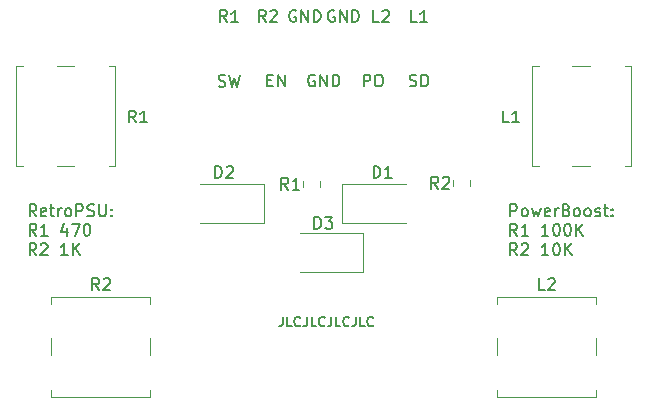
<source format=gbr>
G04 #@! TF.GenerationSoftware,KiCad,Pcbnew,(5.1.9)-1*
G04 #@! TF.CreationDate,2021-10-01T15:11:33-04:00*
G04 #@! TF.ProjectId,GBZ2,47425a32-2e6b-4696-9361-645f70636258,rev?*
G04 #@! TF.SameCoordinates,Original*
G04 #@! TF.FileFunction,Legend,Top*
G04 #@! TF.FilePolarity,Positive*
%FSLAX46Y46*%
G04 Gerber Fmt 4.6, Leading zero omitted, Abs format (unit mm)*
G04 Created by KiCad (PCBNEW (5.1.9)-1) date 2021-10-01 15:11:33*
%MOMM*%
%LPD*%
G01*
G04 APERTURE LIST*
%ADD10C,0.150000*%
%ADD11C,0.200000*%
%ADD12C,0.120000*%
G04 APERTURE END LIST*
D10*
X84352857Y-126684761D02*
X84495714Y-126732380D01*
X84733809Y-126732380D01*
X84829047Y-126684761D01*
X84876666Y-126637142D01*
X84924285Y-126541904D01*
X84924285Y-126446666D01*
X84876666Y-126351428D01*
X84829047Y-126303809D01*
X84733809Y-126256190D01*
X84543333Y-126208571D01*
X84448095Y-126160952D01*
X84400476Y-126113333D01*
X84352857Y-126018095D01*
X84352857Y-125922857D01*
X84400476Y-125827619D01*
X84448095Y-125780000D01*
X84543333Y-125732380D01*
X84781428Y-125732380D01*
X84924285Y-125780000D01*
X85257619Y-125732380D02*
X85495714Y-126732380D01*
X85686190Y-126018095D01*
X85876666Y-126732380D01*
X86114761Y-125732380D01*
D11*
X89774761Y-146211904D02*
X89774761Y-146783333D01*
X89736666Y-146897619D01*
X89660476Y-146973809D01*
X89546190Y-147011904D01*
X89470000Y-147011904D01*
X90536666Y-147011904D02*
X90155714Y-147011904D01*
X90155714Y-146211904D01*
X91260476Y-146935714D02*
X91222380Y-146973809D01*
X91108095Y-147011904D01*
X91031904Y-147011904D01*
X90917619Y-146973809D01*
X90841428Y-146897619D01*
X90803333Y-146821428D01*
X90765238Y-146669047D01*
X90765238Y-146554761D01*
X90803333Y-146402380D01*
X90841428Y-146326190D01*
X90917619Y-146250000D01*
X91031904Y-146211904D01*
X91108095Y-146211904D01*
X91222380Y-146250000D01*
X91260476Y-146288095D01*
X91831904Y-146211904D02*
X91831904Y-146783333D01*
X91793809Y-146897619D01*
X91717619Y-146973809D01*
X91603333Y-147011904D01*
X91527142Y-147011904D01*
X92593809Y-147011904D02*
X92212857Y-147011904D01*
X92212857Y-146211904D01*
X93317619Y-146935714D02*
X93279523Y-146973809D01*
X93165238Y-147011904D01*
X93089047Y-147011904D01*
X92974761Y-146973809D01*
X92898571Y-146897619D01*
X92860476Y-146821428D01*
X92822380Y-146669047D01*
X92822380Y-146554761D01*
X92860476Y-146402380D01*
X92898571Y-146326190D01*
X92974761Y-146250000D01*
X93089047Y-146211904D01*
X93165238Y-146211904D01*
X93279523Y-146250000D01*
X93317619Y-146288095D01*
X93889047Y-146211904D02*
X93889047Y-146783333D01*
X93850952Y-146897619D01*
X93774761Y-146973809D01*
X93660476Y-147011904D01*
X93584285Y-147011904D01*
X94650952Y-147011904D02*
X94270000Y-147011904D01*
X94270000Y-146211904D01*
X95374761Y-146935714D02*
X95336666Y-146973809D01*
X95222380Y-147011904D01*
X95146190Y-147011904D01*
X95031904Y-146973809D01*
X94955714Y-146897619D01*
X94917619Y-146821428D01*
X94879523Y-146669047D01*
X94879523Y-146554761D01*
X94917619Y-146402380D01*
X94955714Y-146326190D01*
X95031904Y-146250000D01*
X95146190Y-146211904D01*
X95222380Y-146211904D01*
X95336666Y-146250000D01*
X95374761Y-146288095D01*
X95946190Y-146211904D02*
X95946190Y-146783333D01*
X95908095Y-146897619D01*
X95831904Y-146973809D01*
X95717619Y-147011904D01*
X95641428Y-147011904D01*
X96708095Y-147011904D02*
X96327142Y-147011904D01*
X96327142Y-146211904D01*
X97431904Y-146935714D02*
X97393809Y-146973809D01*
X97279523Y-147011904D01*
X97203333Y-147011904D01*
X97089047Y-146973809D01*
X97012857Y-146897619D01*
X96974761Y-146821428D01*
X96936666Y-146669047D01*
X96936666Y-146554761D01*
X96974761Y-146402380D01*
X97012857Y-146326190D01*
X97089047Y-146250000D01*
X97203333Y-146211904D01*
X97279523Y-146211904D01*
X97393809Y-146250000D01*
X97431904Y-146288095D01*
D10*
X109035595Y-137702380D02*
X109035595Y-136702380D01*
X109416547Y-136702380D01*
X109511785Y-136750000D01*
X109559404Y-136797619D01*
X109607023Y-136892857D01*
X109607023Y-137035714D01*
X109559404Y-137130952D01*
X109511785Y-137178571D01*
X109416547Y-137226190D01*
X109035595Y-137226190D01*
X110178452Y-137702380D02*
X110083214Y-137654761D01*
X110035595Y-137607142D01*
X109987976Y-137511904D01*
X109987976Y-137226190D01*
X110035595Y-137130952D01*
X110083214Y-137083333D01*
X110178452Y-137035714D01*
X110321309Y-137035714D01*
X110416547Y-137083333D01*
X110464166Y-137130952D01*
X110511785Y-137226190D01*
X110511785Y-137511904D01*
X110464166Y-137607142D01*
X110416547Y-137654761D01*
X110321309Y-137702380D01*
X110178452Y-137702380D01*
X110845119Y-137035714D02*
X111035595Y-137702380D01*
X111226071Y-137226190D01*
X111416547Y-137702380D01*
X111607023Y-137035714D01*
X112368928Y-137654761D02*
X112273690Y-137702380D01*
X112083214Y-137702380D01*
X111987976Y-137654761D01*
X111940357Y-137559523D01*
X111940357Y-137178571D01*
X111987976Y-137083333D01*
X112083214Y-137035714D01*
X112273690Y-137035714D01*
X112368928Y-137083333D01*
X112416547Y-137178571D01*
X112416547Y-137273809D01*
X111940357Y-137369047D01*
X112845119Y-137702380D02*
X112845119Y-137035714D01*
X112845119Y-137226190D02*
X112892738Y-137130952D01*
X112940357Y-137083333D01*
X113035595Y-137035714D01*
X113130833Y-137035714D01*
X113797500Y-137178571D02*
X113940357Y-137226190D01*
X113987976Y-137273809D01*
X114035595Y-137369047D01*
X114035595Y-137511904D01*
X113987976Y-137607142D01*
X113940357Y-137654761D01*
X113845119Y-137702380D01*
X113464166Y-137702380D01*
X113464166Y-136702380D01*
X113797500Y-136702380D01*
X113892738Y-136750000D01*
X113940357Y-136797619D01*
X113987976Y-136892857D01*
X113987976Y-136988095D01*
X113940357Y-137083333D01*
X113892738Y-137130952D01*
X113797500Y-137178571D01*
X113464166Y-137178571D01*
X114607023Y-137702380D02*
X114511785Y-137654761D01*
X114464166Y-137607142D01*
X114416547Y-137511904D01*
X114416547Y-137226190D01*
X114464166Y-137130952D01*
X114511785Y-137083333D01*
X114607023Y-137035714D01*
X114749880Y-137035714D01*
X114845119Y-137083333D01*
X114892738Y-137130952D01*
X114940357Y-137226190D01*
X114940357Y-137511904D01*
X114892738Y-137607142D01*
X114845119Y-137654761D01*
X114749880Y-137702380D01*
X114607023Y-137702380D01*
X115511785Y-137702380D02*
X115416547Y-137654761D01*
X115368928Y-137607142D01*
X115321309Y-137511904D01*
X115321309Y-137226190D01*
X115368928Y-137130952D01*
X115416547Y-137083333D01*
X115511785Y-137035714D01*
X115654642Y-137035714D01*
X115749880Y-137083333D01*
X115797500Y-137130952D01*
X115845119Y-137226190D01*
X115845119Y-137511904D01*
X115797500Y-137607142D01*
X115749880Y-137654761D01*
X115654642Y-137702380D01*
X115511785Y-137702380D01*
X116226071Y-137654761D02*
X116321309Y-137702380D01*
X116511785Y-137702380D01*
X116607023Y-137654761D01*
X116654642Y-137559523D01*
X116654642Y-137511904D01*
X116607023Y-137416666D01*
X116511785Y-137369047D01*
X116368928Y-137369047D01*
X116273690Y-137321428D01*
X116226071Y-137226190D01*
X116226071Y-137178571D01*
X116273690Y-137083333D01*
X116368928Y-137035714D01*
X116511785Y-137035714D01*
X116607023Y-137083333D01*
X116940357Y-137035714D02*
X117321309Y-137035714D01*
X117083214Y-136702380D02*
X117083214Y-137559523D01*
X117130833Y-137654761D01*
X117226071Y-137702380D01*
X117321309Y-137702380D01*
X117654642Y-137607142D02*
X117702261Y-137654761D01*
X117654642Y-137702380D01*
X117607023Y-137654761D01*
X117654642Y-137607142D01*
X117654642Y-137702380D01*
X117654642Y-137083333D02*
X117702261Y-137130952D01*
X117654642Y-137178571D01*
X117607023Y-137130952D01*
X117654642Y-137083333D01*
X117654642Y-137178571D01*
X109607023Y-139352380D02*
X109273690Y-138876190D01*
X109035595Y-139352380D02*
X109035595Y-138352380D01*
X109416547Y-138352380D01*
X109511785Y-138400000D01*
X109559404Y-138447619D01*
X109607023Y-138542857D01*
X109607023Y-138685714D01*
X109559404Y-138780952D01*
X109511785Y-138828571D01*
X109416547Y-138876190D01*
X109035595Y-138876190D01*
X110559404Y-139352380D02*
X109987976Y-139352380D01*
X110273690Y-139352380D02*
X110273690Y-138352380D01*
X110178452Y-138495238D01*
X110083214Y-138590476D01*
X109987976Y-138638095D01*
X112273690Y-139352380D02*
X111702261Y-139352380D01*
X111987976Y-139352380D02*
X111987976Y-138352380D01*
X111892738Y-138495238D01*
X111797500Y-138590476D01*
X111702261Y-138638095D01*
X112892738Y-138352380D02*
X112987976Y-138352380D01*
X113083214Y-138400000D01*
X113130833Y-138447619D01*
X113178452Y-138542857D01*
X113226071Y-138733333D01*
X113226071Y-138971428D01*
X113178452Y-139161904D01*
X113130833Y-139257142D01*
X113083214Y-139304761D01*
X112987976Y-139352380D01*
X112892738Y-139352380D01*
X112797500Y-139304761D01*
X112749880Y-139257142D01*
X112702261Y-139161904D01*
X112654642Y-138971428D01*
X112654642Y-138733333D01*
X112702261Y-138542857D01*
X112749880Y-138447619D01*
X112797500Y-138400000D01*
X112892738Y-138352380D01*
X113845119Y-138352380D02*
X113940357Y-138352380D01*
X114035595Y-138400000D01*
X114083214Y-138447619D01*
X114130833Y-138542857D01*
X114178452Y-138733333D01*
X114178452Y-138971428D01*
X114130833Y-139161904D01*
X114083214Y-139257142D01*
X114035595Y-139304761D01*
X113940357Y-139352380D01*
X113845119Y-139352380D01*
X113749880Y-139304761D01*
X113702261Y-139257142D01*
X113654642Y-139161904D01*
X113607023Y-138971428D01*
X113607023Y-138733333D01*
X113654642Y-138542857D01*
X113702261Y-138447619D01*
X113749880Y-138400000D01*
X113845119Y-138352380D01*
X114607023Y-139352380D02*
X114607023Y-138352380D01*
X115178452Y-139352380D02*
X114749880Y-138780952D01*
X115178452Y-138352380D02*
X114607023Y-138923809D01*
X109607023Y-141002380D02*
X109273690Y-140526190D01*
X109035595Y-141002380D02*
X109035595Y-140002380D01*
X109416547Y-140002380D01*
X109511785Y-140050000D01*
X109559404Y-140097619D01*
X109607023Y-140192857D01*
X109607023Y-140335714D01*
X109559404Y-140430952D01*
X109511785Y-140478571D01*
X109416547Y-140526190D01*
X109035595Y-140526190D01*
X109987976Y-140097619D02*
X110035595Y-140050000D01*
X110130833Y-140002380D01*
X110368928Y-140002380D01*
X110464166Y-140050000D01*
X110511785Y-140097619D01*
X110559404Y-140192857D01*
X110559404Y-140288095D01*
X110511785Y-140430952D01*
X109940357Y-141002380D01*
X110559404Y-141002380D01*
X112273690Y-141002380D02*
X111702261Y-141002380D01*
X111987976Y-141002380D02*
X111987976Y-140002380D01*
X111892738Y-140145238D01*
X111797500Y-140240476D01*
X111702261Y-140288095D01*
X112892738Y-140002380D02*
X112987976Y-140002380D01*
X113083214Y-140050000D01*
X113130833Y-140097619D01*
X113178452Y-140192857D01*
X113226071Y-140383333D01*
X113226071Y-140621428D01*
X113178452Y-140811904D01*
X113130833Y-140907142D01*
X113083214Y-140954761D01*
X112987976Y-141002380D01*
X112892738Y-141002380D01*
X112797500Y-140954761D01*
X112749880Y-140907142D01*
X112702261Y-140811904D01*
X112654642Y-140621428D01*
X112654642Y-140383333D01*
X112702261Y-140192857D01*
X112749880Y-140097619D01*
X112797500Y-140050000D01*
X112892738Y-140002380D01*
X113654642Y-141002380D02*
X113654642Y-140002380D01*
X114226071Y-141002380D02*
X113797500Y-140430952D01*
X114226071Y-140002380D02*
X113654642Y-140573809D01*
X68907023Y-137702380D02*
X68573690Y-137226190D01*
X68335595Y-137702380D02*
X68335595Y-136702380D01*
X68716547Y-136702380D01*
X68811785Y-136750000D01*
X68859404Y-136797619D01*
X68907023Y-136892857D01*
X68907023Y-137035714D01*
X68859404Y-137130952D01*
X68811785Y-137178571D01*
X68716547Y-137226190D01*
X68335595Y-137226190D01*
X69716547Y-137654761D02*
X69621309Y-137702380D01*
X69430833Y-137702380D01*
X69335595Y-137654761D01*
X69287976Y-137559523D01*
X69287976Y-137178571D01*
X69335595Y-137083333D01*
X69430833Y-137035714D01*
X69621309Y-137035714D01*
X69716547Y-137083333D01*
X69764166Y-137178571D01*
X69764166Y-137273809D01*
X69287976Y-137369047D01*
X70049880Y-137035714D02*
X70430833Y-137035714D01*
X70192738Y-136702380D02*
X70192738Y-137559523D01*
X70240357Y-137654761D01*
X70335595Y-137702380D01*
X70430833Y-137702380D01*
X70764166Y-137702380D02*
X70764166Y-137035714D01*
X70764166Y-137226190D02*
X70811785Y-137130952D01*
X70859404Y-137083333D01*
X70954642Y-137035714D01*
X71049880Y-137035714D01*
X71526071Y-137702380D02*
X71430833Y-137654761D01*
X71383214Y-137607142D01*
X71335595Y-137511904D01*
X71335595Y-137226190D01*
X71383214Y-137130952D01*
X71430833Y-137083333D01*
X71526071Y-137035714D01*
X71668928Y-137035714D01*
X71764166Y-137083333D01*
X71811785Y-137130952D01*
X71859404Y-137226190D01*
X71859404Y-137511904D01*
X71811785Y-137607142D01*
X71764166Y-137654761D01*
X71668928Y-137702380D01*
X71526071Y-137702380D01*
X72287976Y-137702380D02*
X72287976Y-136702380D01*
X72668928Y-136702380D01*
X72764166Y-136750000D01*
X72811785Y-136797619D01*
X72859404Y-136892857D01*
X72859404Y-137035714D01*
X72811785Y-137130952D01*
X72764166Y-137178571D01*
X72668928Y-137226190D01*
X72287976Y-137226190D01*
X73240357Y-137654761D02*
X73383214Y-137702380D01*
X73621309Y-137702380D01*
X73716547Y-137654761D01*
X73764166Y-137607142D01*
X73811785Y-137511904D01*
X73811785Y-137416666D01*
X73764166Y-137321428D01*
X73716547Y-137273809D01*
X73621309Y-137226190D01*
X73430833Y-137178571D01*
X73335595Y-137130952D01*
X73287976Y-137083333D01*
X73240357Y-136988095D01*
X73240357Y-136892857D01*
X73287976Y-136797619D01*
X73335595Y-136750000D01*
X73430833Y-136702380D01*
X73668928Y-136702380D01*
X73811785Y-136750000D01*
X74240357Y-136702380D02*
X74240357Y-137511904D01*
X74287976Y-137607142D01*
X74335595Y-137654761D01*
X74430833Y-137702380D01*
X74621309Y-137702380D01*
X74716547Y-137654761D01*
X74764166Y-137607142D01*
X74811785Y-137511904D01*
X74811785Y-136702380D01*
X75287976Y-137607142D02*
X75335595Y-137654761D01*
X75287976Y-137702380D01*
X75240357Y-137654761D01*
X75287976Y-137607142D01*
X75287976Y-137702380D01*
X75287976Y-137083333D02*
X75335595Y-137130952D01*
X75287976Y-137178571D01*
X75240357Y-137130952D01*
X75287976Y-137083333D01*
X75287976Y-137178571D01*
X68907023Y-139352380D02*
X68573690Y-138876190D01*
X68335595Y-139352380D02*
X68335595Y-138352380D01*
X68716547Y-138352380D01*
X68811785Y-138400000D01*
X68859404Y-138447619D01*
X68907023Y-138542857D01*
X68907023Y-138685714D01*
X68859404Y-138780952D01*
X68811785Y-138828571D01*
X68716547Y-138876190D01*
X68335595Y-138876190D01*
X69859404Y-139352380D02*
X69287976Y-139352380D01*
X69573690Y-139352380D02*
X69573690Y-138352380D01*
X69478452Y-138495238D01*
X69383214Y-138590476D01*
X69287976Y-138638095D01*
X71478452Y-138685714D02*
X71478452Y-139352380D01*
X71240357Y-138304761D02*
X71002261Y-139019047D01*
X71621309Y-139019047D01*
X71907023Y-138352380D02*
X72573690Y-138352380D01*
X72145119Y-139352380D01*
X73145119Y-138352380D02*
X73240357Y-138352380D01*
X73335595Y-138400000D01*
X73383214Y-138447619D01*
X73430833Y-138542857D01*
X73478452Y-138733333D01*
X73478452Y-138971428D01*
X73430833Y-139161904D01*
X73383214Y-139257142D01*
X73335595Y-139304761D01*
X73240357Y-139352380D01*
X73145119Y-139352380D01*
X73049880Y-139304761D01*
X73002261Y-139257142D01*
X72954642Y-139161904D01*
X72907023Y-138971428D01*
X72907023Y-138733333D01*
X72954642Y-138542857D01*
X73002261Y-138447619D01*
X73049880Y-138400000D01*
X73145119Y-138352380D01*
X68907023Y-141002380D02*
X68573690Y-140526190D01*
X68335595Y-141002380D02*
X68335595Y-140002380D01*
X68716547Y-140002380D01*
X68811785Y-140050000D01*
X68859404Y-140097619D01*
X68907023Y-140192857D01*
X68907023Y-140335714D01*
X68859404Y-140430952D01*
X68811785Y-140478571D01*
X68716547Y-140526190D01*
X68335595Y-140526190D01*
X69287976Y-140097619D02*
X69335595Y-140050000D01*
X69430833Y-140002380D01*
X69668928Y-140002380D01*
X69764166Y-140050000D01*
X69811785Y-140097619D01*
X69859404Y-140192857D01*
X69859404Y-140288095D01*
X69811785Y-140430952D01*
X69240357Y-141002380D01*
X69859404Y-141002380D01*
X71573690Y-141002380D02*
X71002261Y-141002380D01*
X71287976Y-141002380D02*
X71287976Y-140002380D01*
X71192738Y-140145238D01*
X71097500Y-140240476D01*
X71002261Y-140288095D01*
X72002261Y-141002380D02*
X72002261Y-140002380D01*
X72573690Y-141002380D02*
X72145119Y-140430952D01*
X72573690Y-140002380D02*
X72002261Y-140573809D01*
D12*
X116325000Y-149490891D02*
X116325000Y-147990891D01*
X116325000Y-144569891D02*
X107898000Y-144569891D01*
X107898000Y-147990891D02*
X107898000Y-149490891D01*
X107898000Y-152969891D02*
X116325000Y-152969891D01*
X107898000Y-152969891D02*
X107898000Y-152411891D01*
X116325000Y-152969891D02*
X116325000Y-152411891D01*
X107898000Y-144569891D02*
X107898000Y-145172891D01*
X116325000Y-144569891D02*
X116325000Y-145172891D01*
X78575165Y-149490891D02*
X78575165Y-147990891D01*
X78575165Y-144569891D02*
X70148165Y-144569891D01*
X70148165Y-147990891D02*
X70148165Y-149490891D01*
X70148165Y-152969891D02*
X78575165Y-152969891D01*
X70148165Y-152969891D02*
X70148165Y-152411891D01*
X78575165Y-152969891D02*
X78575165Y-152411891D01*
X70148165Y-144569891D02*
X70148165Y-145172891D01*
X78575165Y-144569891D02*
X78575165Y-145172891D01*
X72121000Y-125000000D02*
X70621000Y-125000000D01*
X67200000Y-125000000D02*
X67200000Y-133427000D01*
X70621000Y-133427000D02*
X72121000Y-133427000D01*
X75600000Y-133427000D02*
X75600000Y-125000000D01*
X75600000Y-133427000D02*
X75042000Y-133427000D01*
X75600000Y-125000000D02*
X75042000Y-125000000D01*
X67200000Y-133427000D02*
X67803000Y-133427000D01*
X67200000Y-125000000D02*
X67803000Y-125000000D01*
X105610000Y-135161252D02*
X105610000Y-134638748D01*
X104190000Y-135161252D02*
X104190000Y-134638748D01*
X92910000Y-135261252D02*
X92910000Y-134738748D01*
X91490000Y-135261252D02*
X91490000Y-134738748D01*
X96600000Y-142450000D02*
X91200000Y-142450000D01*
X96600000Y-139150000D02*
X91200000Y-139150000D01*
X96600000Y-142450000D02*
X96600000Y-139150000D01*
X88200000Y-138250000D02*
X82800000Y-138250000D01*
X88200000Y-134950000D02*
X82800000Y-134950000D01*
X88200000Y-138250000D02*
X88200000Y-134950000D01*
X94800000Y-134950000D02*
X100200000Y-134950000D01*
X94800000Y-138250000D02*
X100200000Y-138250000D01*
X94800000Y-134950000D02*
X94800000Y-138250000D01*
X115805800Y-124999938D02*
X114305800Y-124999938D01*
X110884800Y-124999938D02*
X110884800Y-133426938D01*
X114305800Y-133426938D02*
X115805800Y-133426938D01*
X119284800Y-133426938D02*
X119284800Y-124999938D01*
X119284800Y-133426938D02*
X118726800Y-133426938D01*
X119284800Y-124999938D02*
X118726800Y-124999938D01*
X110884800Y-133426938D02*
X111487800Y-133426938D01*
X110884800Y-124999938D02*
X111487800Y-124999938D01*
D10*
X111958333Y-143952380D02*
X111482142Y-143952380D01*
X111482142Y-142952380D01*
X112244047Y-143047619D02*
X112291666Y-143000000D01*
X112386904Y-142952380D01*
X112625000Y-142952380D01*
X112720238Y-143000000D01*
X112767857Y-143047619D01*
X112815476Y-143142857D01*
X112815476Y-143238095D01*
X112767857Y-143380952D01*
X112196428Y-143952380D01*
X112815476Y-143952380D01*
X74233333Y-143952380D02*
X73900000Y-143476190D01*
X73661904Y-143952380D02*
X73661904Y-142952380D01*
X74042857Y-142952380D01*
X74138095Y-143000000D01*
X74185714Y-143047619D01*
X74233333Y-143142857D01*
X74233333Y-143285714D01*
X74185714Y-143380952D01*
X74138095Y-143428571D01*
X74042857Y-143476190D01*
X73661904Y-143476190D01*
X74614285Y-143047619D02*
X74661904Y-143000000D01*
X74757142Y-142952380D01*
X74995238Y-142952380D01*
X75090476Y-143000000D01*
X75138095Y-143047619D01*
X75185714Y-143142857D01*
X75185714Y-143238095D01*
X75138095Y-143380952D01*
X74566666Y-143952380D01*
X75185714Y-143952380D01*
X77333333Y-129752380D02*
X77000000Y-129276190D01*
X76761904Y-129752380D02*
X76761904Y-128752380D01*
X77142857Y-128752380D01*
X77238095Y-128800000D01*
X77285714Y-128847619D01*
X77333333Y-128942857D01*
X77333333Y-129085714D01*
X77285714Y-129180952D01*
X77238095Y-129228571D01*
X77142857Y-129276190D01*
X76761904Y-129276190D01*
X78285714Y-129752380D02*
X77714285Y-129752380D01*
X78000000Y-129752380D02*
X78000000Y-128752380D01*
X77904761Y-128895238D01*
X77809523Y-128990476D01*
X77714285Y-129038095D01*
X100514285Y-126664761D02*
X100657142Y-126712380D01*
X100895238Y-126712380D01*
X100990476Y-126664761D01*
X101038095Y-126617142D01*
X101085714Y-126521904D01*
X101085714Y-126426666D01*
X101038095Y-126331428D01*
X100990476Y-126283809D01*
X100895238Y-126236190D01*
X100704761Y-126188571D01*
X100609523Y-126140952D01*
X100561904Y-126093333D01*
X100514285Y-125998095D01*
X100514285Y-125902857D01*
X100561904Y-125807619D01*
X100609523Y-125760000D01*
X100704761Y-125712380D01*
X100942857Y-125712380D01*
X101085714Y-125760000D01*
X101514285Y-126712380D02*
X101514285Y-125712380D01*
X101752380Y-125712380D01*
X101895238Y-125760000D01*
X101990476Y-125855238D01*
X102038095Y-125950476D01*
X102085714Y-126140952D01*
X102085714Y-126283809D01*
X102038095Y-126474285D01*
X101990476Y-126569523D01*
X101895238Y-126664761D01*
X101752380Y-126712380D01*
X101514285Y-126712380D01*
X102933333Y-135352380D02*
X102600000Y-134876190D01*
X102361904Y-135352380D02*
X102361904Y-134352380D01*
X102742857Y-134352380D01*
X102838095Y-134400000D01*
X102885714Y-134447619D01*
X102933333Y-134542857D01*
X102933333Y-134685714D01*
X102885714Y-134780952D01*
X102838095Y-134828571D01*
X102742857Y-134876190D01*
X102361904Y-134876190D01*
X103314285Y-134447619D02*
X103361904Y-134400000D01*
X103457142Y-134352380D01*
X103695238Y-134352380D01*
X103790476Y-134400000D01*
X103838095Y-134447619D01*
X103885714Y-134542857D01*
X103885714Y-134638095D01*
X103838095Y-134780952D01*
X103266666Y-135352380D01*
X103885714Y-135352380D01*
X90233333Y-135452380D02*
X89900000Y-134976190D01*
X89661904Y-135452380D02*
X89661904Y-134452380D01*
X90042857Y-134452380D01*
X90138095Y-134500000D01*
X90185714Y-134547619D01*
X90233333Y-134642857D01*
X90233333Y-134785714D01*
X90185714Y-134880952D01*
X90138095Y-134928571D01*
X90042857Y-134976190D01*
X89661904Y-134976190D01*
X91185714Y-135452380D02*
X90614285Y-135452380D01*
X90900000Y-135452380D02*
X90900000Y-134452380D01*
X90804761Y-134595238D01*
X90709523Y-134690476D01*
X90614285Y-134738095D01*
X96614285Y-126712380D02*
X96614285Y-125712380D01*
X96995238Y-125712380D01*
X97090476Y-125760000D01*
X97138095Y-125807619D01*
X97185714Y-125902857D01*
X97185714Y-126045714D01*
X97138095Y-126140952D01*
X97090476Y-126188571D01*
X96995238Y-126236190D01*
X96614285Y-126236190D01*
X97804761Y-125712380D02*
X97995238Y-125712380D01*
X98090476Y-125760000D01*
X98185714Y-125855238D01*
X98233333Y-126045714D01*
X98233333Y-126379047D01*
X98185714Y-126569523D01*
X98090476Y-126664761D01*
X97995238Y-126712380D01*
X97804761Y-126712380D01*
X97709523Y-126664761D01*
X97614285Y-126569523D01*
X97566666Y-126379047D01*
X97566666Y-126045714D01*
X97614285Y-125855238D01*
X97709523Y-125760000D01*
X97804761Y-125712380D01*
X85033333Y-121252380D02*
X84700000Y-120776190D01*
X84461904Y-121252380D02*
X84461904Y-120252380D01*
X84842857Y-120252380D01*
X84938095Y-120300000D01*
X84985714Y-120347619D01*
X85033333Y-120442857D01*
X85033333Y-120585714D01*
X84985714Y-120680952D01*
X84938095Y-120728571D01*
X84842857Y-120776190D01*
X84461904Y-120776190D01*
X85985714Y-121252380D02*
X85414285Y-121252380D01*
X85700000Y-121252380D02*
X85700000Y-120252380D01*
X85604761Y-120395238D01*
X85509523Y-120490476D01*
X85414285Y-120538095D01*
X88333333Y-121252380D02*
X88000000Y-120776190D01*
X87761904Y-121252380D02*
X87761904Y-120252380D01*
X88142857Y-120252380D01*
X88238095Y-120300000D01*
X88285714Y-120347619D01*
X88333333Y-120442857D01*
X88333333Y-120585714D01*
X88285714Y-120680952D01*
X88238095Y-120728571D01*
X88142857Y-120776190D01*
X87761904Y-120776190D01*
X88714285Y-120347619D02*
X88761904Y-120300000D01*
X88857142Y-120252380D01*
X89095238Y-120252380D01*
X89190476Y-120300000D01*
X89238095Y-120347619D01*
X89285714Y-120442857D01*
X89285714Y-120538095D01*
X89238095Y-120680952D01*
X88666666Y-121252380D01*
X89285714Y-121252380D01*
X97933333Y-121252380D02*
X97457142Y-121252380D01*
X97457142Y-120252380D01*
X98219047Y-120347619D02*
X98266666Y-120300000D01*
X98361904Y-120252380D01*
X98600000Y-120252380D01*
X98695238Y-120300000D01*
X98742857Y-120347619D01*
X98790476Y-120442857D01*
X98790476Y-120538095D01*
X98742857Y-120680952D01*
X98171428Y-121252380D01*
X98790476Y-121252380D01*
X101133333Y-121252380D02*
X100657142Y-121252380D01*
X100657142Y-120252380D01*
X101990476Y-121252380D02*
X101419047Y-121252380D01*
X101704761Y-121252380D02*
X101704761Y-120252380D01*
X101609523Y-120395238D01*
X101514285Y-120490476D01*
X101419047Y-120538095D01*
X94138095Y-120300000D02*
X94042857Y-120252380D01*
X93900000Y-120252380D01*
X93757142Y-120300000D01*
X93661904Y-120395238D01*
X93614285Y-120490476D01*
X93566666Y-120680952D01*
X93566666Y-120823809D01*
X93614285Y-121014285D01*
X93661904Y-121109523D01*
X93757142Y-121204761D01*
X93900000Y-121252380D01*
X93995238Y-121252380D01*
X94138095Y-121204761D01*
X94185714Y-121157142D01*
X94185714Y-120823809D01*
X93995238Y-120823809D01*
X94614285Y-121252380D02*
X94614285Y-120252380D01*
X95185714Y-121252380D01*
X95185714Y-120252380D01*
X95661904Y-121252380D02*
X95661904Y-120252380D01*
X95900000Y-120252380D01*
X96042857Y-120300000D01*
X96138095Y-120395238D01*
X96185714Y-120490476D01*
X96233333Y-120680952D01*
X96233333Y-120823809D01*
X96185714Y-121014285D01*
X96138095Y-121109523D01*
X96042857Y-121204761D01*
X95900000Y-121252380D01*
X95661904Y-121252380D01*
X90878095Y-120300000D02*
X90782857Y-120252380D01*
X90640000Y-120252380D01*
X90497142Y-120300000D01*
X90401904Y-120395238D01*
X90354285Y-120490476D01*
X90306666Y-120680952D01*
X90306666Y-120823809D01*
X90354285Y-121014285D01*
X90401904Y-121109523D01*
X90497142Y-121204761D01*
X90640000Y-121252380D01*
X90735238Y-121252380D01*
X90878095Y-121204761D01*
X90925714Y-121157142D01*
X90925714Y-120823809D01*
X90735238Y-120823809D01*
X91354285Y-121252380D02*
X91354285Y-120252380D01*
X91925714Y-121252380D01*
X91925714Y-120252380D01*
X92401904Y-121252380D02*
X92401904Y-120252380D01*
X92640000Y-120252380D01*
X92782857Y-120300000D01*
X92878095Y-120395238D01*
X92925714Y-120490476D01*
X92973333Y-120680952D01*
X92973333Y-120823809D01*
X92925714Y-121014285D01*
X92878095Y-121109523D01*
X92782857Y-121204761D01*
X92640000Y-121252380D01*
X92401904Y-121252380D01*
X92478095Y-125760000D02*
X92382857Y-125712380D01*
X92240000Y-125712380D01*
X92097142Y-125760000D01*
X92001904Y-125855238D01*
X91954285Y-125950476D01*
X91906666Y-126140952D01*
X91906666Y-126283809D01*
X91954285Y-126474285D01*
X92001904Y-126569523D01*
X92097142Y-126664761D01*
X92240000Y-126712380D01*
X92335238Y-126712380D01*
X92478095Y-126664761D01*
X92525714Y-126617142D01*
X92525714Y-126283809D01*
X92335238Y-126283809D01*
X92954285Y-126712380D02*
X92954285Y-125712380D01*
X93525714Y-126712380D01*
X93525714Y-125712380D01*
X94001904Y-126712380D02*
X94001904Y-125712380D01*
X94240000Y-125712380D01*
X94382857Y-125760000D01*
X94478095Y-125855238D01*
X94525714Y-125950476D01*
X94573333Y-126140952D01*
X94573333Y-126283809D01*
X94525714Y-126474285D01*
X94478095Y-126569523D01*
X94382857Y-126664761D01*
X94240000Y-126712380D01*
X94001904Y-126712380D01*
X88471904Y-126188571D02*
X88805238Y-126188571D01*
X88948095Y-126712380D02*
X88471904Y-126712380D01*
X88471904Y-125712380D01*
X88948095Y-125712380D01*
X89376666Y-126712380D02*
X89376666Y-125712380D01*
X89948095Y-126712380D01*
X89948095Y-125712380D01*
X92461904Y-138752380D02*
X92461904Y-137752380D01*
X92700000Y-137752380D01*
X92842857Y-137800000D01*
X92938095Y-137895238D01*
X92985714Y-137990476D01*
X93033333Y-138180952D01*
X93033333Y-138323809D01*
X92985714Y-138514285D01*
X92938095Y-138609523D01*
X92842857Y-138704761D01*
X92700000Y-138752380D01*
X92461904Y-138752380D01*
X93366666Y-137752380D02*
X93985714Y-137752380D01*
X93652380Y-138133333D01*
X93795238Y-138133333D01*
X93890476Y-138180952D01*
X93938095Y-138228571D01*
X93985714Y-138323809D01*
X93985714Y-138561904D01*
X93938095Y-138657142D01*
X93890476Y-138704761D01*
X93795238Y-138752380D01*
X93509523Y-138752380D01*
X93414285Y-138704761D01*
X93366666Y-138657142D01*
X84061904Y-134452380D02*
X84061904Y-133452380D01*
X84300000Y-133452380D01*
X84442857Y-133500000D01*
X84538095Y-133595238D01*
X84585714Y-133690476D01*
X84633333Y-133880952D01*
X84633333Y-134023809D01*
X84585714Y-134214285D01*
X84538095Y-134309523D01*
X84442857Y-134404761D01*
X84300000Y-134452380D01*
X84061904Y-134452380D01*
X85014285Y-133547619D02*
X85061904Y-133500000D01*
X85157142Y-133452380D01*
X85395238Y-133452380D01*
X85490476Y-133500000D01*
X85538095Y-133547619D01*
X85585714Y-133642857D01*
X85585714Y-133738095D01*
X85538095Y-133880952D01*
X84966666Y-134452380D01*
X85585714Y-134452380D01*
X97461904Y-134452380D02*
X97461904Y-133452380D01*
X97700000Y-133452380D01*
X97842857Y-133500000D01*
X97938095Y-133595238D01*
X97985714Y-133690476D01*
X98033333Y-133880952D01*
X98033333Y-134023809D01*
X97985714Y-134214285D01*
X97938095Y-134309523D01*
X97842857Y-134404761D01*
X97700000Y-134452380D01*
X97461904Y-134452380D01*
X98985714Y-134452380D02*
X98414285Y-134452380D01*
X98700000Y-134452380D02*
X98700000Y-133452380D01*
X98604761Y-133595238D01*
X98509523Y-133690476D01*
X98414285Y-133738095D01*
X108933333Y-129752380D02*
X108457142Y-129752380D01*
X108457142Y-128752380D01*
X109790476Y-129752380D02*
X109219047Y-129752380D01*
X109504761Y-129752380D02*
X109504761Y-128752380D01*
X109409523Y-128895238D01*
X109314285Y-128990476D01*
X109219047Y-129038095D01*
M02*

</source>
